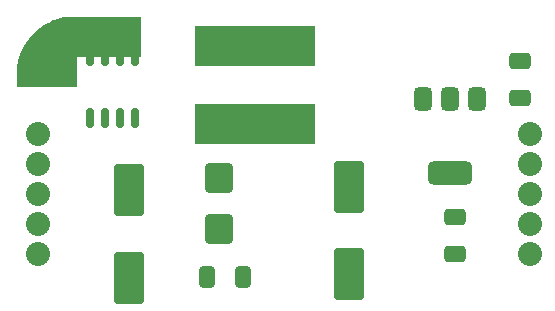
<source format=gts>
%TF.GenerationSoftware,KiCad,Pcbnew,8.0.5*%
%TF.CreationDate,2024-09-22T23:27:43-04:00*%
%TF.ProjectId,myPowerBoardDesign,6d79506f-7765-4724-926f-617264446573,rev?*%
%TF.SameCoordinates,Original*%
%TF.FileFunction,Soldermask,Top*%
%TF.FilePolarity,Negative*%
%FSLAX46Y46*%
G04 Gerber Fmt 4.6, Leading zero omitted, Abs format (unit mm)*
G04 Created by KiCad (PCBNEW 8.0.5) date 2024-09-22 23:27:43*
%MOMM*%
%LPD*%
G01*
G04 APERTURE LIST*
G04 Aperture macros list*
%AMRoundRect*
0 Rectangle with rounded corners*
0 $1 Rounding radius*
0 $2 $3 $4 $5 $6 $7 $8 $9 X,Y pos of 4 corners*
0 Add a 4 corners polygon primitive as box body*
4,1,4,$2,$3,$4,$5,$6,$7,$8,$9,$2,$3,0*
0 Add four circle primitives for the rounded corners*
1,1,$1+$1,$2,$3*
1,1,$1+$1,$4,$5*
1,1,$1+$1,$6,$7*
1,1,$1+$1,$8,$9*
0 Add four rect primitives between the rounded corners*
20,1,$1+$1,$2,$3,$4,$5,0*
20,1,$1+$1,$4,$5,$6,$7,0*
20,1,$1+$1,$6,$7,$8,$9,0*
20,1,$1+$1,$8,$9,$2,$3,0*%
G04 Aperture macros list end*
%ADD10RoundRect,0.250000X-0.650000X0.412500X-0.650000X-0.412500X0.650000X-0.412500X0.650000X0.412500X0*%
%ADD11RoundRect,0.250000X-1.000000X1.950000X-1.000000X-1.950000X1.000000X-1.950000X1.000000X1.950000X0*%
%ADD12R,10.200000X3.500000*%
%ADD13RoundRect,0.250000X-0.900000X1.000000X-0.900000X-1.000000X0.900000X-1.000000X0.900000X1.000000X0*%
%ADD14RoundRect,0.250000X0.412500X0.650000X-0.412500X0.650000X-0.412500X-0.650000X0.412500X-0.650000X0*%
%ADD15RoundRect,0.250000X0.650000X-0.412500X0.650000X0.412500X-0.650000X0.412500X-0.650000X-0.412500X0*%
%ADD16C,2.032000*%
%ADD17RoundRect,0.375000X-0.375000X0.625000X-0.375000X-0.625000X0.375000X-0.625000X0.375000X0.625000X0*%
%ADD18RoundRect,0.500000X-1.400000X0.500000X-1.400000X-0.500000X1.400000X-0.500000X1.400000X0.500000X0*%
%ADD19RoundRect,0.150000X0.150000X-0.675000X0.150000X0.675000X-0.150000X0.675000X-0.150000X-0.675000X0*%
G04 APERTURE END LIST*
D10*
%TO.C,C5*%
X89500000Y-37937500D03*
X89500000Y-41062500D03*
%TD*%
D11*
%TO.C,C1*%
X56400000Y-48900000D03*
X56400000Y-56300000D03*
%TD*%
D12*
%TO.C,L1*%
X67000000Y-43300000D03*
X67000000Y-36700000D03*
%TD*%
D13*
%TO.C,D1*%
X63977500Y-47872500D03*
X63977500Y-52172500D03*
%TD*%
D14*
%TO.C,C2*%
X66062500Y-56250000D03*
X62937500Y-56250000D03*
%TD*%
D15*
%TO.C,C7*%
X84000000Y-54312500D03*
X84000000Y-51187500D03*
%TD*%
D16*
%TO.C,J1*%
X48670000Y-44110000D03*
X48670000Y-46650000D03*
X48670000Y-49190000D03*
X48670000Y-51730000D03*
X48670000Y-54270000D03*
X90285000Y-54270000D03*
X90285000Y-51730000D03*
X90285000Y-49190000D03*
X90285000Y-46650000D03*
X90285000Y-44110000D03*
%TD*%
D17*
%TO.C,U1*%
X85850000Y-41150000D03*
X83550000Y-41150000D03*
D18*
X83550000Y-47450000D03*
D17*
X81250000Y-41150000D03*
%TD*%
D11*
%TO.C,C6*%
X75000000Y-48600000D03*
X75000000Y-56000000D03*
%TD*%
D19*
%TO.C,U2*%
X53095000Y-42825000D03*
X54365000Y-42825000D03*
X55635000Y-42825000D03*
X56905000Y-42825000D03*
X56905000Y-37575000D03*
X55635000Y-37575000D03*
X54365000Y-37575000D03*
X53095000Y-37575000D03*
%TD*%
G36*
X57343039Y-34219685D02*
G01*
X57388794Y-34272489D01*
X57400000Y-34324000D01*
X57400000Y-37476000D01*
X57380315Y-37543039D01*
X57327511Y-37588794D01*
X57276000Y-37600000D01*
X52000000Y-37600000D01*
X52000000Y-40076000D01*
X51980315Y-40143039D01*
X51927511Y-40188794D01*
X51876000Y-40200000D01*
X46994000Y-40200000D01*
X46926961Y-40180315D01*
X46881206Y-40127511D01*
X46870000Y-40076000D01*
X46870000Y-39150710D01*
X46870007Y-39149358D01*
X46872328Y-38936528D01*
X46872793Y-38927073D01*
X46909943Y-38502450D01*
X46911355Y-38491725D01*
X46985253Y-38072623D01*
X46987594Y-38062061D01*
X47097743Y-37650980D01*
X47100996Y-37640664D01*
X47246549Y-37240759D01*
X47250689Y-37230764D01*
X47430545Y-36845062D01*
X47435540Y-36835467D01*
X47648323Y-36466916D01*
X47654135Y-36457792D01*
X47898237Y-36109179D01*
X47904822Y-36100597D01*
X48178383Y-35774579D01*
X48185692Y-35766604D01*
X48486604Y-35465692D01*
X48494579Y-35458383D01*
X48820597Y-35184822D01*
X48829179Y-35178237D01*
X49177792Y-34934135D01*
X49186916Y-34928323D01*
X49555467Y-34715540D01*
X49565062Y-34710545D01*
X49950764Y-34530689D01*
X49960759Y-34526549D01*
X50360664Y-34380996D01*
X50370980Y-34377743D01*
X50782061Y-34267594D01*
X50792623Y-34265253D01*
X51152013Y-34201884D01*
X51173545Y-34200000D01*
X57276000Y-34200000D01*
X57343039Y-34219685D01*
G37*
M02*

</source>
